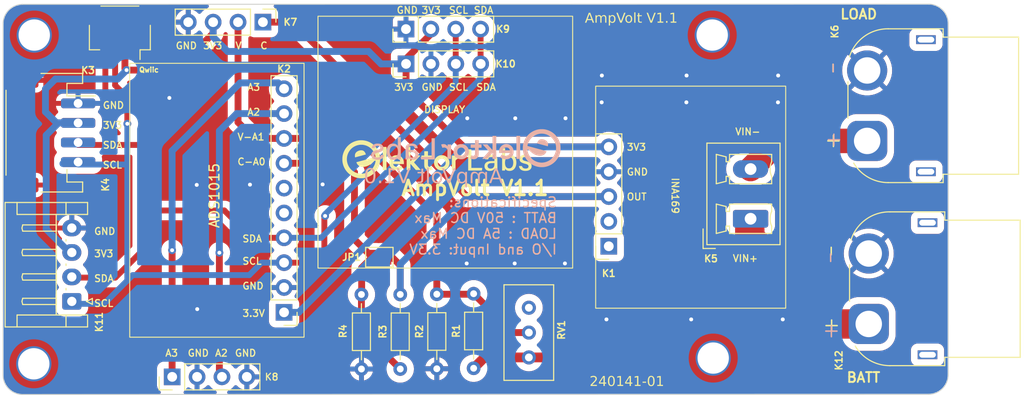
<source format=kicad_pcb>
(kicad_pcb (version 20240108) (generator "pcbnew") (generator_version "8.0")
  (title_block (title "AmpVolt") (date "2024-06-25") (rev "v1.1"))
  (layers (0 "F.Cu" signal) (31 "B.Cu" signal) (34 "B.Paste" user) (35 "F.Paste" user) (36 "B.SilkS" user "B.Silkscreen") (37 "F.SilkS" user "F.Silkscreen") (38 "B.Mask" user) (39 "F.Mask" user) (44 "Edge.Cuts" user))
  (net 0 "")
  (net 1 "OUT")
  (net 2 "GNDREF")
  (net 3 "VIN+")
  (net 4 "VIN-")
  (net 5 "NC-VIN+")
  (net 6 "NC-VIN-")
  (net 7 "ADDR")
  (net 8 "ALERT")
  (net 9 "ADS-A0")
  (net 10 "ADS-A1")
  (net 11 "ADS-A2")
  (net 12 "ADS-A3")
  (net 13 "+3.3V")
  (net 14 "SCL-O")
  (net 15 "SDA-O")
  (footprint "Connector_JST:JST_EH_S4B-EH_1x04_P2.50mm_Horizontal" (layer "F.Cu") (at 146.2234 57.3 90)
    (property "Reference" "K11" (at -2.112 2.794 90) (layer "F.SilkS") (effects (font (size 0.7 0.7))))
    (property "Value" "G. I2C" (hide yes))
    (pad "1" thru_hole roundrect (at 0 0 90) (size 1.7 1.95) (drill 0.95) (layers "*.Cu" "*.Mask") (roundrect_rratio 0.1470588235) (net 14 "SCL-O"))
    (pad "2" thru_hole oval (at 2.5 0 90) (size 1.7 1.95) (drill 0.95) (layers "*.Cu" "*.Mask") (net 15 "SDA-O"))
    (pad "3" thru_hole oval (at 5 0 90) (size 1.7 1.95) (drill 0.95) (layers "*.Cu" "*.Mask") (net 13 "+3.3V"))
    (pad "4" thru_hole oval (at 7.5 0 90) (size 1.7 1.95) (drill 0.95) (layers "*.Cu" "*.Mask") (net 2 "GNDREF"))
  )
  (footprint "Resistor_THT:R_Axial_DIN0204_L3.6mm_D1.6mm_P7.62mm_Horizontal" (layer "F.Cu") (at 175.7934 56.5912 -90)
    (property "Reference" "R4" (at 3.7592 1.8796 90) (layer "F.SilkS") (effects (font (size 0.7 0.7))))
    (property "Value" "22k")
    (pad "1" thru_hole circle (at 0 0 270) (size 1.4 1.4) (drill 0.7) (layers "*.Cu" "*.Mask") (net 9 "ADS-A0"))
    (pad "2" thru_hole oval (at 7.62 0 270) (size 1.4 1.4) (drill 0.7) (layers "*.Cu" "*.Mask") (net 2 "GNDREF"))
  )
  (footprint "Connector_PinHeader_2.54mm:PinHeader_1x04_P2.54mm_Vertical" (layer "F.Cu") (at 156.474 65.014 90)
    (property "Reference" "K8" (at -0.01 10.15 0) (layer "F.SilkS") (effects (font (size 0.7 0.7) (thickness 0.125) (bold yes))))
    (property "Value" "AG")
    (pad "1" thru_hole rect (at 0 0 90) (size 1.7 1.7) (drill 1) (layers "*.Cu" "*.Mask") (net 12 "ADS-A3"))
    (pad "2" thru_hole oval (at 0 2.54 90) (size 1.7 1.7) (drill 1) (layers "*.Cu" "*.Mask") (net 2 "GNDREF"))
    (pad "3" thru_hole oval (at 0 5.08 90) (size 1.7 1.7) (drill 1) (layers "*.Cu" "*.Mask") (net 11 "ADS-A2"))
    (pad "4" thru_hole oval (at 0 7.62 90) (size 1.7 1.7) (drill 1) (layers "*.Cu" "*.Mask") (net 2 "GNDREF"))
  )
  (footprint "Connector_AMASS:AMASS_XT60PW-F_1x02_P7.20mm_Horizontal" (layer "F.Cu") (at 227.426 40.894 -90)
    (property "Reference" "K6" (at -11.176 3.302 90) (layer "F.SilkS") (effects (font (size 0.7 0.7))))
    (property "Value" "LOAD" (at -12.954 0.858 180) (layer "F.SilkS") (effects (font (thickness 0.2) (bold yes))))
    (fp_text user "+" (at 0 3.556 90) (layer "F.SilkS") (effects (font (size 1.5 1.5))))
    (fp_text user "-" (at -7.454 3.556 90) (layer "F.SilkS"))
    (pad "" thru_hole rect (at -10.35 -6 270) (size 0.9 2) (drill oval 0.6 1.7) (layers "*.Cu" "*.Mask"))
    (pad "" thru_hole rect (at 3.15 -6 270) (size 0.9 2) (drill oval 0.6 1.7) (layers "*.Cu" "*.Mask"))
    (pad "1" thru_hole roundrect (at 0 0 270) (size 4.1 4.1) (drill 2.7) (layers "*.Cu" "*.Mask") (net 4 "VIN-"))
    (pad "2" thru_hole circle (at -7.2 0 270) (size 4.1 4.1) (drill 2.7) (layers "*.Cu" "*.Mask") (net 2 "GNDREF"))
  )
  (footprint "Connector_PinHeader_2.54mm:PinHeader_1x10_P2.54mm_Vertical" (layer "F.Cu") (at 167.894 58.42 180)
    (property "Reference" "K2" (at 0 24.892 180) (layer "F.SilkS") (effects (font (size 0.7 0.7))))
    (property "Value" "ADS1015" (at 7.112 11.938 90) (layer "F.SilkS"))
    (pad "1" thru_hole rect (at 0 0 180) (size 1.7 1.7) (drill 1) (layers "*.Cu" "*.Mask") (net 13 "+3.3V"))
    (pad "2" thru_hole oval (at 0 2.54 180) (size 1.7 1.7) (drill 1) (layers "*.Cu" "*.Mask") (net 2 "GNDREF"))
    (pad "3" thru_hole oval (at 0 5.08 180) (size 1.7 1.7) (drill 1) (layers "*.Cu" "*.Mask") (net 14 "SCL-O"))
    (pad "4" thru_hole oval (at 0 7.62 180) (size 1.7 1.7) (drill 1) (layers "*.Cu" "*.Mask") (net 15 "SDA-O"))
    (pad "5" thru_hole oval (at 0 10.16 180) (size 1.7 1.7) (drill 1) (layers "*.Cu" "*.Mask") (net 7 "ADDR"))
    (pad "6" thru_hole oval (at 0 12.7 180) (size 1.7 1.7) (drill 1) (layers "*.Cu" "*.Mask") (net 8 "ALERT"))
    (pad "7" thru_hole oval (at 0 15.24 180) (size 1.7 1.7) (drill 1) (layers "*.Cu" "*.Mask") (net 9 "ADS-A0"))
    (pad "8" thru_hole oval (at 0 17.78 180) (size 1.7 1.7) (drill 1) (layers "*.Cu" "*.Mask") (net 10 "ADS-A1"))
    (pad "9" thru_hole oval (at 0 20.32 180) (size 1.7 1.7) (drill 1) (layers "*.Cu" "*.Mask") (net 11 "ADS-A2"))
    (pad "10" thru_hole oval (at 0 22.86 180) (size 1.7 1.7) (drill 1) (layers "*.Cu" "*.Mask") (net 12 "ADS-A3"))
  )
  (footprint "Connector_Phoenix_MC_HighVoltage:PhoenixContact_MCV_1,5_2-G-5.08_1x02_P5.08mm_Vertical" (layer "F.Cu") (at 215.5249 48.8521 90)
    (property "Reference" "K5" (at -4.0815 -4.0445 180) (layer "F.SilkS") (effects (font (size 0.7 0.7))))
    (property "Value" "INA169-IN" (hide yes))
    (pad "1" thru_hole roundrect (at 0 0 90) (size 1.8 3.6) (drill 1.2) (layers "*.Cu" "*.Mask") (roundrect_rratio 0.1388888889) (net 3 "VIN+"))
    (pad "2" thru_hole oval (at 5.08 0 90) (size 1.8 3.6) (drill 1.2) (layers "*.Cu" "*.Mask") (net 4 "VIN-"))
  )
  (footprint "Library:elektor-labs-KiCAD-Silkscreen-20x5.1mm" (layer "F.Cu") (at 183.283209 42.789544)
    (property "Reference" "G***" (hide yes))
    (property "Value" "LOGO" (hide yes))
  )
  (footprint "MountingHole:MountingHole_3.2mm_M3_DIN965_Pad_TopOnly" (layer "F.Cu") (at 211.6074 30.0736)
    (property "Reference" "H4" (hide yes))
    (property "Value" "MountingHole" (hide yes))
    (pad "1" thru_hole circle (at 0 0) (size 3.6 3.6) (drill 3.2) (layers "*.Cu" "*.Mask"))
    (pad "1" connect circle (at 0 0) (size 5.6 5.6) (layers "F.Cu" "F.Mask"))
  )
  (footprint "Potentiometer_THT:Potentiometer_Bourns_3296W_Vertical" (layer "F.Cu") (at 192.8876 63.0274 -90)
    (property "Reference" "RV1" (at -2.804 -3.3274 90) (layer "F.SilkS") (effects (font (size 0.7 0.7))))
    (property "Value" "100k")
    (pad "1" thru_hole circle (at 0 0 270) (size 1.44 1.44) (drill 0.8) (layers "*.Cu" "*.Mask") (net 3 "VIN+"))
    (pad "2" thru_hole circle (at -2.54 0 270) (size 1.44 1.44) (drill 0.8) (layers "*.Cu" "*.Mask") (net 10 "ADS-A1"))
    (pad "3" thru_hole circle (at -5.08 0 270) (size 1.44 1.44) (drill 0.8) (layers "*.Cu" "*.Mask"))
  )
  (footprint "MountingHole:MountingHole_3.2mm_M3_DIN965_Pad_TopOnly" (layer "F.Cu") (at 211.709 63.0936)
    (property "Reference" "H3" (hide yes))
    (property "Value" "MountingHole" (hide yes))
    (pad "1" thru_hole circle (at 0 0) (size 3.6 3.6) (drill 3.2) (layers "*.Cu" "*.Mask"))
    (pad "1" connect circle (at 0 0) (size 5.6 5.6) (layers "F.Cu" "F.Mask"))
  )
  (footprint "Resistor_THT:R_Axial_DIN0204_L3.6mm_D1.6mm_P7.62mm_Horizontal" (layer "F.Cu") (at 183.4896 56.5658 -90)
    (property "Reference" "R2" (at 3.81 1.778 90) (layer "F.SilkS") (effects (font (size 0.7 0.7))))
    (property "Value" "6.75")
    (pad "1" thru_hole circle (at 0 0 270) (size 1.4 1.4) (drill 0.7) (layers "*.Cu" "*.Mask") (net 10 "ADS-A1"))
    (pad "2" thru_hole oval (at 7.62 0 270) (size 1.4 1.4) (drill 0.7) (layers "*.Cu" "*.Mask") (net 2 "GNDREF"))
  )
  (footprint "Connector_JST:JST_SH_SM04B-SRSS-TB_1x04-1MP_P1.00mm_Horizontal" (layer "F.Cu") (at 151.13 29.7942 180)
    (property "Reference" "K3" (at 3.2512 -3.8862 180) (layer "F.SilkS") (effects (font (size 0.7 0.7))))
    (property "Value" "Qwiic" (at -2.9718 -3.8354 180) (layer "F.SilkS") (effects (font (size 0.5 0.5) (thickness 0.125))))
    (pad "1" smd roundrect (at -1.5 -2 180) (size 0.6 1.55) (layers "F.Cu" "F.Paste" "F.Mask") (net 2 "GNDREF"))
    (pad "2" smd roundrect (at -0.5 -2 180) (size 0.6 1.55) (layers "F.Cu" "F.Paste" "F.Mask") (net 13 "+3.3V"))
    (pad "3" smd roundrect (at 0.5 -2 180) (size 0.6 1.55) (layers "F.Cu" "F.Paste" "F.Mask") (net 15 "SDA-O"))
    (pad "4" smd roundrect (at 1.5 -2 180) (size 0.6 1.55) (layers "F.Cu" "F.Paste" "F.Mask") (net 14 "SCL-O"))
    (pad "MP" smd roundrect (at -2.8 1.875 180) (size 1.2 1.8) (layers "F.Cu" "F.Paste" "F.Mask") (roundrect_rratio 0.2083333333) (net 2 "GNDREF"))
    (pad "MP" smd roundrect (at 2.8 1.875 180) (size 1.2 1.8) (layers "F.Cu" "F.Paste" "F.Mask") (roundrect_rratio 0.2083333333) (net 2 "GNDREF"))
  )
  (footprint "Resistor_THT:R_Axial_DIN0204_L3.6mm_D1.6mm_P7.62mm_Horizontal" (layer "F.Cu") (at 179.7558 56.5912 -90)
    (property "Reference" "R3" (at 3.81 1.778 90) (layer "F.SilkS") (effects (font (size 0.7 0.7))))
    (property "Value" "22k")
    (pad "1" thru_hole circle (at 0 0 270) (size 1.4 1.4) (drill 0.7) (layers "*.Cu" "*.Mask") (net 1 "OUT"))
    (pad "2" thru_hole oval (at 7.62 0 270) (size 1.4 1.4) (drill 0.7) (layers "*.Cu" "*.Mask") (net 9 "ADS-A0"))
  )
  (footprint "Connector_PinHeader_2.54mm:PinHeader_1x04_P2.54mm_Vertical" (layer "F.Cu") (at 180.35 33.02 90)
    (property "Reference" "K10" (at 0 10.16 180) (layer "F.SilkS") (effects (font (size 0.7 0.7))))
    (property "Value" "B" (hide yes))
    (pad "1" thru_hole rect (at 0 0 90) (size 1.7 1.7) (drill 1) (layers "*.Cu" "*.Mask") (net 13 "+3.3V"))
    (pad "2" thru_hole oval (at 0 2.54 90) (size 1.7 1.7) (drill 1) (layers "*.Cu" "*.Mask") (net 2 "GNDREF"))
    (pad "3" thru_hole oval (at 0 5.08 90) (size 1.7 1.7) (drill 1) (layers "*.Cu" "*.Mask") (net 14 "SCL-O"))
    (pad "4" thru_hole oval (at 0 7.62 90) (size 1.7 1.7) (drill 1) (layers "*.Cu" "*.Mask") (net 15 "SDA-O"))
  )
  (footprint "Jumper:SolderJumper-2_P1.3mm_Open_TrianglePad1.0x1.5mm" (layer "F.Cu") (at 177.6222 52.7812)
    (property "Reference" "JP1" (at -2.831 0 0) (layer "F.SilkS") (effects (font (size 0.7 0.7))))
    (property "Value" "Jumper - Open" (hide yes))
    (pad "1" smd custom (at -0.725 0) (size 0.3 0.3) (layers "F.Cu" "F.Mask") (net 9 "ADS-A0") (options (clearance outline) (anchor rect)) (primitives (gr_poly (pts (xy 1 0) (xy 0.5 0.75) (xy -0.5 0.75) (xy -0.5 -0.75) (xy 0.5 -0.75)) (width 0) (fill yes))))
    (pad "2" smd custom (at 0.725 0) (size 0.3 0.3) (layers "F.Cu" "F.Mask") (net 1 "OUT") (options (clearance outline) (anchor rect)) (primitives (gr_poly (pts (xy 0.5 0.75) (xy -0.65 0.75) (xy -0.15 0) (xy -0.65 -0.75) (xy 0.5 -0.75)) (width 0) (fill yes))))
  )
  (footprint "Connector_PinHeader_2.54mm:PinHeader_1x04_P2.54mm_Vertical" (layer "F.Cu") (at 180.34 29.464 90)
    (property "Reference" "K9" (at 0 9.906 180) (layer "F.SilkS") (effects (font (size 0.7 0.7))))
    (property "Value" "A" (hide yes))
    (pad "1" thru_hole rect (at 0 0 90) (size 1.7 1.7) (drill 1) (layers "*.Cu" "*.Mask") (net 2 "GNDREF"))
    (pad "2" thru_hole oval (at 0 2.54 90) (size 1.7 1.7) (drill 1) (layers "*.Cu" "*.Mask") (net 13 "+3.3V"))
    (pad "3" thru_hole oval (at 0 5.08 90) (size 1.7 1.7) (drill 1) (layers "*.Cu" "*.Mask") (net 14 "SCL-O"))
    (pad "4" thru_hole oval (at 0 7.62 90) (size 1.7 1.7) (drill 1) (layers "*.Cu" "*.Mask") (net 15 "SDA-O"))
  )
  (footprint "MountingHole:MountingHole_3.2mm_M3_DIN965_Pad_TopOnly" (layer "F.Cu") (at 142.3416 63.6778)
    (property "Reference" "H1" (hide yes))
    (property "Value" "MountingHole" (hide yes))
    (pad "1" thru_hole circle (at 0 0) (size 3.6 3.6) (drill 3.2) (layers "*.Cu" "*.Mask"))
    (pad "1" connect circle (at 0 0) (size 5.6 5.6) (layers "F.Cu" "F.Mask"))
  )
  (footprint "Connector_JST:JST_PH_S4B-PH-SM4-TB_1x04-1MP_P2.00mm_Horizontal" (layer "F.Cu") (at 144.018 40.0558 -90)
    (property "Reference" "K4" (at 5.318 -5.644 90) (layer "F.SilkS") (effects (font (size 0.7 0.7))))
    (property "Value" "I2C." (hide yes))
    (pad "1" thru_hole roundrect (at -3 -2.85 270) (size 1 3.5) (drill 0.9) (layers "*.Cu" "*.Mask") (net 2 "GNDREF"))
    (pad "2" thru_hole roundrect (at -1 -2.85 270) (size 1 3.5) (drill 0.9) (layers "*.Cu" "*.Mask") (net 13 "+3.3V"))
    (pad "3" thru_hole roundrect (at 1 -2.85 270) (size 1 3.5) (drill 0.9) (layers "*.Cu" "*.Mask") (net 15 "SDA-O"))
    (pad "4" thru_hole roundrect (at 3 -2.85 270) (size 1 3.5) (drill 0.9) (layers "*.Cu" "*.Mask") (net 14 "SCL-O"))
    (pad "MP" smd roundrect (at -5.35 2.9 270) (size 1.5 3.4) (layers "F.Cu" "F.Paste" "F.Mask") (roundrect_rratio 0.1666673333) (net 2 "GNDREF"))
    (pad "MP" smd roundrect (at 5.35 2.9 270) (size 1.5 3.4) (layers "F.Cu" "F.Paste" "F.Mask") (roundrect_rratio 0.1666673333) (net 2 "GNDREF"))
  )
  (footprint "Resistor_THT:R_Axial_DIN0204_L3.6mm_D1.6mm_P7.62mm_Horizontal" (layer "F.Cu") (at 187.2488 64.135 90)
    (property "Reference" "R1" (at 3.81 -1.778 90) (layer "F.SilkS") (effects (font (size 0.7 0.7))))
    (property "Value" "100k")
    (pad "1" thru_hole circle (at 0 0 90) (size 1.4 1.4) (drill 0.7) (layers "*.Cu" "*.Mask") (net 3 "VIN+"))
    (pad "2" thru_hole oval (at 7.62 0 90) (size 1.4 1.4) (drill 0.7) (layers "*.Cu" "*.Mask") (net 10 "ADS-A1"))
  )
  (footprint "MountingHole:MountingHole_3.2mm_M3_DIN965_Pad_TopOnly" (layer "F.Cu") (at 142.3924 30.0736)
    (property "Reference" "H2" (hide yes))
    (property "Value" "MountingHole" (hide yes))
    (pad "1" thru_hole circle (at 0 0) (size 3.6 3.6) (drill 3.2) (layers "*.Cu" "*.Mask"))
    (pad "1" connect circle (at 0 0) (size 5.6 5.6) (layers "F.Cu" "F.Mask"))
  )
  (footprint "Connector_PinHeader_2.54mm:PinHeader_1x04_P2.54mm_Vertical" (layer "F.Cu") (at 165.735 28.7528 -90)
    (property "Reference" "K7" (at 0 -2.804 0) (layer "F.SilkS") (effects (font (size 0.7 0.7))))
    (property "Value" "RAW OUT")
    (pad "1" thru_hole rect (at 0 0 270) (size 1.7 1.7) (drill 1) (layers "*.Cu" "*.Mask") (net 1 "OUT"))
    (pad "2" thru_hole oval (at 0 2.54 270) (size 1.7 1.7) (drill 1) (layers "*.Cu" "*.Mask") (net 10 "ADS-A1"))
    (pad "3" thru_hole oval (at 0 5.08 270) (size 1.7 1.7) (drill 1) (layers "*.Cu" "*.Mask") (net 13 "+3.3V"))
    (pad "4" thru_hole oval (at 0 7.62 270) (size 1.7 1.7) (drill 1) (layers "*.Cu" "*.Mask") (net 2 "GNDREF"))
  )
  (footprint "Connector_PinSocket_2.54mm:PinSocket_1x05_P2.54mm_Vertical" (layer "F.Cu") (at 201.0469 51.6636 180)
    (property "Reference" "K1" (at 0 -2.77 0) (layer "F.SilkS") (effects (font (size 0.7 0.7))))
    (property "Value" "INA169-OUT" (hide yes))
    (pad "1" thru_hole rect (at 0 0 180) (size 1.7 1.7) (drill 1) (layers "*.Cu" "*.Mask") (net 5 "NC-VIN+"))
    (pad "2" thru_hole oval (at 0 2.54 180) (size 1.7 1.7) (drill 1) (layers "*.Cu" "*.Mask") (net 6 "NC-VIN-"))
    (pad "3" thru_hole oval (at 0 5.08 180) (size 1.7 1.7) (drill 1) (layers "*.Cu" "*.Mask") (net 1 "OUT"))
    (pad "4" thru_hole oval (at 0 7.62 180) (size 1.7 1.7) (drill 1) (layers "*.Cu" "*.Mask") (net 2 "GNDREF"))
    (pad "5" thru_hole oval (at 0 10.16 180) (size 1.7 1.7) (drill 1) (layers "*.Cu" "*.Mask") (net 13 "+3.3V"))
  )
  (footprint "Connector_AMASS:AMASS_XT60PW-F_1x02_P7.20mm_Horizontal" (layer "F.Cu") (at 227.5888 59.607 -90)
    (property "Reference" "K12" (at 3.722 3.048 90) (layer "F.SilkS") (effects (font (size 0.7 0.7))))
    (property "Value" "BATT" (at 5.4678 0.5382 180) (layer "F.SilkS") (effects (font (thickness 0.2) (bold yes))))
    (fp_text user "+" (at 0.166 3.906 90) (layer "F.SilkS") (effects (font (size 1.5 1.5))))
    (fp_text user "-" (at -7.454 3.906 90) (layer "F.SilkS"))
    (pad "" thru_hole rect (at -10.35 -6 270) (size 0.9 2) (drill oval 0.6 1.7) (layers "*.Cu" "*.Mask"))
    (pad "" thru_hole rect (at 3.15 -6 270) (size 0.9 2) (drill oval 0.6 1.7) (layers "*.Cu" "*.Mask"))
    (pad "1" thru_hole roundrect (at 0 0 270) (size 4.1 4.1) (drill 2.7) (layers "*.Cu" "*.Mask") (net 3 "VIN+"))
    (pad "2" thru_hole circle (at -7.2 0 270) (size 4.1 4.1) (drill 2.7) (layers "*.Cu" "*.Mask") (net 2 "GNDREF"))
  )
  (footprint "Library:elektor-labs-KiCAD-Silkscreen-20x5.1mm" (layer "B.Cu") (at 186.69 41.656 180)
    (property "Reference" "G***" (hide yes))
    (property "Value" "LOGO" (hide yes))
  )
  (gr_rect (start 171.358 28.148) (end 197.358 53.894) (stroke (width 0.1)) (fill none) (layer "F.SilkS"))
  (gr_rect (start 199.7094 35.2961) (end 219.1094 57.9961) (stroke (width 0.1)) (fill none) (layer "F.SilkS"))
  (gr_rect (start 152.136 32.96) (end 169.936 60.96) (stroke (width 0.1)) (fill none) (layer "F.SilkS"))
  (gr_arc (start 233.75287 26.910939) (mid 235.1278 27.5082) (end 235.705252 28.891566) (stroke (width 0.1)) (layer "Edge.Cuts"))
  (gr_arc (start 139.204339 28.88313) (mid 139.8016 27.5082) (end 141.184966 26.930748) (stroke (width 0.1)) (layer "Edge.Cuts"))
  (gr_line (start 233.719034 66.795252) (end 179.324 66.802) (stroke (width 0.1)) (layer "Edge.Cuts"))
  (gr_arc (start 235.699661 64.84287) (mid 235.1024 66.2178) (end 233.719034 66.795252) (stroke (width 0.1)) (layer "Edge.Cuts"))
  (gr_line (start 141.184966 26.930748) (end 233.75287 26.910939) (stroke (width 0.1)) (layer "Edge.Cuts"))
  (gr_arc (start 141.15113 66.815061) (mid 139.7762 66.2178) (end 139.198748 64.834434) (stroke (width 0.1)) (layer "Edge.Cuts"))
  (gr_line (start 179.324 66.802) (end 141.15113 66.815061) (stroke (width 0.1)) (layer "Edge.Cuts"))
  (gr_line (start 139.198748 64.834434) (end 139.204339 28.88313) (stroke (width 0.1)) (layer "Edge.Cuts"))
  (gr_line (start 235.705252 28.891566) (end 235.699661 64.84287) (stroke (width 0.1)) (layer "Edge.Cuts"))
  (gr_text "-" (at 223.774 52.832 -90) (layer "B.SilkS") (effects (font (size 1 1)) (justify mirror)))
  (gr_text "+" (at 224.028 40.894 -180) (layer "B.SilkS") (effects (font (size 1.5 1.5)) (justify mirror)))
  (gr_text "Specifications:\nBATT : 50V DC Max\nLOAD : 5A DC Max\nI/O and Input: 3.3V \n" (at 195.834 52.578 0) (layer "B.SilkS") (effects (font (size 1 1)) (justify left bottom mirror)))
  (gr_text "-" (at 224.028 33.45047 -90) (layer "B.SilkS") (effects (font (size 1 1)) (justify mirror)))
  (gr_text "AmpVolt V1.0" (at 190.246 45.466 -0) (layer "B.SilkS") (effects (font (size 1.5 1.5) (thickness 0.3)) (justify left bottom mirror)))
  (gr_text "+" (at 223.774 60.452 -180) (layer "B.SilkS") (effects (font (size 1.5 1.5)) (justify mirror)))
  (gr_text "V" (at 162.8648 31.5722 0) (layer "F.SilkS") (effects (font (size 0.7 0.7) (thickness 0.125) (bold yes)) (justify left bottom)))
  (gr_text "GND\n" (at 163.576 56.134 0) (layer "F.SilkS") (effects (font (size 0.7 0.7) (thickness 0.125) (bold yes)) (justify left bottom)))
  (gr_text "SCL" (at 163.576 53.594 0) (layer "F.SilkS") (effects (font (size 0.7 0.7) (thickness 0.125) (bold yes)) (justify left bottom)))
  (gr_text "SDA" (at 148.4376 55.372 0) (layer "F.SilkS") (effects (font (size 0.7 0.7) (thickness 0.125) (bold yes)) (justify left bottom)))
  (gr_text "3V3" (at 149.3266 39.7002 0) (layer "F.SilkS") (effects (font (size 0.7 0.7) (thickness 0.125) (bold yes)) (justify left bottom)))
  (gr_text "GND" (at 156.7688 31.5722 0) (layer "F.SilkS") (effects (font (size 0.7 0.7) (thickness 0.125) (bold yes)) (justify left bottom)))
  (gr_text "SCL" (at 184.658 27.94 0) (layer "F.SilkS") (effects (font (size 0.7 0.7) (thickness 0.125) (bold yes)) (justify left bottom)))
  (gr_text "C-A0" (at 163.068 43.434 0) (layer "F.SilkS") (effects (font (size 0.7 0.7) (thickness 0.125) (bold yes)) (justify left bottom)))
  (gr_text "GND" (at 148.4376 50.546 0) (layer "F.SilkS") (effects (font (size 0.7 0.7) (thickness 0.125) (bold yes)) (justify left bottom)))
  (gr_text "3V3" (at 159.5628 31.5722 0) (layer "F.SilkS") (effects (font (size 0.7 0.7) (thickness 0.125) (bold yes)) (justify left bottom)))
  (gr_text "SDA" (at 149.3266 41.7322 0) (layer "F.SilkS") (effects (font (size 0.7 0.7) (thickness 0.125) (bold yes)) (justify left bottom)))
  (gr_text "3V3" (at 181.864 27.94 0) (layer "F.SilkS") (effects (font (size 0.7 0.7) (thickness 0.125) (bold yes)) (justify left bottom)))
  (gr_text "SDA" (at 187.452 35.814 0) (layer "F.SilkS") (effects (font (size 0.7 0.7) (thickness 0.125) (bold yes)) (justify left bottom)))
  (gr_text "SDA" (at 163.576 51.308 0) (layer "F.SilkS") (effects (font (size 0.7 0.7) (thickness 0.125) (bold yes)) (justify left bottom)))
  (gr_text "V-A1 " (at 163.068 40.894 0) (layer "F.SilkS") (effects (font (size 0.7 0.7) (thickness 0.125) (bold yes)) (justify left bottom)))
  (gr_text "GND" (at 179.324 27.94 0) (layer "F.SilkS") (effects (font (size 0.7 0.7) (thickness 0.125) (bold yes)) (justify left bottom)))
  (gr_text "INA169" (at 207.4164 44.577 -90) (layer "F.SilkS") (effects (font (size 0.7 0.7) (thickness 0.125)) (justify left bottom)))
  (gr_text "SCL" (at 148.4376 57.912 0) (layer "F.SilkS") (effects (font (size 0.7 0.7) (thickness 0.125) (bold yes)) (justify left bottom)))
  (gr_text "3V3" (at 179.07 35.814 0) (layer "F.SilkS") (effects (font (size 0.7 0.7) (thickness 0.125) (bold yes)) (justify left bottom)))
  (gr_text "3V3" (at 202.819 41.9354 0) (layer "F.SilkS") (effects (font (size 0.7 0.7) (thickness 0.125) (bold yes)) (justify left bottom)))
  (gr_text "A3" (at 155.702 62.992 0) (layer "F.SilkS") (effects (font (size 0.7 0.7) (thickness 0.125) (bold yes)) (justify left bottom)))
  (gr_text "3V3" (at 148.4376 52.832 0) (layer "F.SilkS") (effects (font (size 0.7 0.7) (thickness 0.125) (bold yes)) (justify left bottom)))
  (gr_text "GND\n" (at 157.988 62.992 0) (layer "F.SilkS") (effects (font (size 0.7 0.7) (thickness 0.125) (bold yes)) (justify left bottom)))
  (gr_text "GND" (at 149.3266 37.6682 0) (layer "F.SilkS") (effects (font (size 0.7 0.7) (thickness 0.125) (bold yes)) (justify left bottom)))
  (gr_text "3.3V" (at 163.576 58.928 0) (layer "F.SilkS") (effects (font (size 0.7 0.7) (thickness 0.125) (bold yes)) (justify left bottom)))
  (gr_text "AmpVolt V1.1" (at 198.6026 28.9814 0) (layer "F.SilkS") (effects (font (size 1 1) (thickness 0.25)) (justify left bottom)))
  (gr_text "A2" (at 160.782 62.992 0) (layer "F.SilkS") (effects (font (size 0.7 0.7) (thickness 0.125) (bold yes)) (justify left bottom)))
  (gr_text "GND" (at 202.819 44.4754 0) (layer "F.SilkS") (effects (font (size 0.7 0.7) (thickness 0.125) (bold yes)) (justify left bottom)))
  (gr_text "VIN-" (at 213.8934 40.3606 0) (layer "F.SilkS") (effects (font (size 0.7 0.7) (thickness 0.125) (bold yes)) (justify left bottom)))
  (gr_text "240141-01" (at 199.0852 66.1162 0) (layer "F.SilkS") (effects (font (size 1 1) (thickness 0.25)) (justify left bottom)))
  (gr_text "GND\n" (at 162.814 62.992 0) (layer "F.SilkS") (effects (font (size 0.7 0.7) (thickness 0.125) (bold yes)) (justify left bottom)))
  (gr_text "SDA" (at 187.198 27.94 0) (layer "F.SilkS") (effects (font (size 0.7 0.7) (thickness 0.125) (bold yes)) (justify left bottom)))
  (gr_text "SCL" (at 149.3266 43.7642 0) (layer "F.SilkS") (effects (font (size 0.7 0.7) (thickness 0.125) (bold yes)) (justify left bottom)))
  (gr_text "VIN+" (at 213.6394 53.3146 0) (layer "F.SilkS") (effects (font (size 0.7 0.7) (thickness 0.125) (bold yes)) (justify left bottom)))
  (gr_text "C" (at 165.4048 31.5722 0) (layer "F.SilkS") (effects (font (size 0.7 0.7) (thickness 0.125) (bold yes)) (justify left bottom)))
  (gr_text "OUT" (at 202.819 47.0154 0) (layer "F.SilkS") (effects (font (size 0.7 0.7) (thickness 0.125) (bold yes)) (justify left bottom)))
  (gr_text "AmpVolt V1.1" (at 179.727209 46.599544 0) (layer "F.SilkS") (effects (font (size 1.5 1.5) (thickness 0.3)) (justify left bottom)))
  (gr_text "GND" (at 181.864 35.814 0) (layer "F.SilkS") (effects (font (size 0.7 0.7) (thickness 0.125) (bold yes)) (justify left bottom)))
  (gr_text "SCL" (at 184.658 35.814 0) (layer "F.SilkS") (effects (font (size 0.7 0.7) (thickness 0.125) (bold yes)) (justify left bottom)))
  (gr_text "DISPLAY" (at 182.118 38.1 0) (layer "F.SilkS") (effects (font (size 0.7 0.7) (thickness 0.125)) (justify left bottom)))
  (gr_text "A2" (at 164.084 38.354 0) (layer "F.SilkS") (effects (font (size 0.7 0.7) (thickness 0.125) (bold yes)) (justify left bottom)))
  (gr_text "A3" (at 164.084 35.814 0) (layer "F.SilkS") (effects (font (size 0.7 0.7) (thickness 0.125) (bold yes)) (justify left bottom)))
  (segment (start 187.2996 46.6344) (end 187.3504 46.5836) (width 0.7) (layer "F.Cu") (net 1))
  (segment (start 178.9684 52.832) (end 178.9176 52.832) (width 0.7) (layer "F.Cu") (net 1))
  (segment (start 165.735 28.7528) (end 168.7576 28.7528) (width 0.7) (layer "F.Cu") (net 1))
  (segment (start 187.3504 46.5836) (end 201.0469 46.5836) (width 0.7) (layer "F.Cu") (net 1))
  (segment (start 168.7576 28.7528) (end 186.6392 46.6344) (width 0.7) (layer "F.Cu") (net 1))
  (segment (start 179.7558 53.6194) (end 178.9684 52.832) (width 0.7) (layer "F.Cu") (net 1))
  (segment (start 186.6392 46.6344) (end 187.2996 46.6344) (width 0.7) (layer "F.Cu") (net 1))
  (segment (start 179.7558 56.5912) (end 179.7558 53.6194) (width 0.7) (layer "F.Cu") (net 1))
  (segment (start 179.7558 53.4924) (end 179.7558 56.5912) (width 0.7) (layer "B.Cu") (net 1))
  (segment (start 186.6646 46.5836) (end 179.7558 53.4924) (width 0.7) (layer "B.Cu") (net 1))
  (segment (start 201.0469 46.5836) (end 186.6646 46.5836) (width 0.7) (layer "B.Cu") (net 1))
  (via (at 186.6 38.58) (size 0.8) (drill 0.4) (layers "F.Cu" "B.Cu") (net 2))
  (via (at 186.54 53.42) (size 0.8) (drill 0.4) (layers "F.Cu" "B.Cu") (net 2))
  (via (at 200.81 59.14) (size 0.8) (drill 0.4) (layers "F.Cu" "B.Cu") (net 2))
  (via (at 164.4142 45.3644) (size 0.8) (drill 0.4) (layers "F.Cu" "B.Cu") (net 2))
  (via (at 218.81 59.14) (size 0.8) (drill 0.4) (layers "F.Cu" "B.Cu") (net 2))
  (via (at 218.34 34.21) (size 0.8) (drill 0.4) (layers "F.Cu" "B.Cu") (net 2))
  (via (at 200.34 34.21) (size 0.8) (drill 0.4) (layers "F.Cu" "B.Cu") (net 2))
  (via (at 156.1846 36.4998) (size 0.8) (drill 0.4) (layers "F.Cu" "B.Cu") (net 2))
  (via (at 171.831 45.339) (size 0.8) (drill 0.4) (layers "F.Cu" "B.Cu") (net 2))
  (via (at 158.9786 45.3898) (size 0.8) (drill 0.4) (layers "F.Cu" "B.Cu") (net 2))
  (via (at 196.57 53.42) (size 0.8) (drill 0.4) (layers "F.Cu" "B.Cu") (net 2))
  (via (at 191.5 38.58) (size 0.8) (drill 0.4) (layers "F.Cu" "B.Cu") (net 2))
  (via (at 218.32 36.95) (size 0.8) (drill 0.4) (layers "F.Cu" "B.Cu") (net 2))
  (via (at 191.44 53.42) (size 0.8) (drill 0.4) (layers "F.Cu" "B.Cu") (net 2))
  (via (at 208.99 34.21) (size 0.8) (drill 0.4) (layers "F.Cu" "B.Cu") (net 2))
  (via (at 196.63 38.58) (size 0.8) (drill 0.4) (layers "F.Cu" "B.Cu") (net 2))
  (via (at 200.32 36.95) (size 0.8) (drill 0.4) (layers "F.Cu" "B.Cu") (net 2))
  (via (at 159.0294 58.0898) (size 0.8) (drill 0.4) (layers "F.Cu" "B.Cu") (net 2))
  (via (at 209.46 59.14) (size 0.8) (drill 0.4) (layers "F.Cu" "B.Cu") (net 2))
  (via (at 208.97 36.95) (size 0.8) (drill 0.4) (layers "F.Cu" "B.Cu") (net 2))
  (segment (start 202.0824 55.6768) (end 219.5848 55.6768) (width 1) (layer "F.Cu") (net 3))
  (segment (start 224.2498 59.607) (end 215.4428 50.8) (width 3) (layer "F.Cu") (net 3))
  (segment (start 188.3564 63.0274) (end 187.2488 64.135) (width 1) (layer "F.Cu") (net 3))
  (segment (start 215.4428 50.8) (end 215.4428 49.911) (width 3) (layer "F.Cu") (net 3))
  (segment (start 227.5888 59.607) (end 224.2498 59.607) (width 3) (layer "F.Cu") (net 3))
  (segment (start 192.8876 63.0274) (end 194.7318 63.0274) (width 1) (layer "F.Cu") (net 3))
  (segment (start 219.5848 55.6768) (end 223.94 60.032) (width 1) (layer "F.Cu") (net 3))
  (segment (start 194.7318 63.0274) (end 202.0824 55.6768) (width 1) (layer "F.Cu") (net 3))
  (segment (start 192.8876 63.0274) (end 188.3564 63.0274) (width 1) (layer "F.Cu") (net 3))
  (segment (start 227.426 40.894) (end 218.403 40.894) (width 2.5) (layer "F.Cu") (net 4))
  (segment (start 218.403 40.894) (end 215.5249 43.7721) (width 2.5) (layer "F.Cu") (net 4))
  (segment (start 175.0822 50.9662) (end 176.8972 52.7812) (width 0.7) (layer "F.Cu") (net 9))
  (segment (start 167.894 43.18) (end 174.1678 43.18) (width 0.7) (layer "F.Cu") (net 9))
  (segment (start 175.8188 56.5658) (end 175.8188 53.8596) (width 0.7) (layer "F.Cu") (net 9))
  (segment (start 175.0822 44.0944) (end 175.0822 50.9662) (width 0.7) (layer "F.Cu") (net 9))
  (segment (start 175.7934 60.2488) (end 175.7934 56.5912) (width 0.7) (layer "F.Cu") (net 9))
  (segment (start 174.1678 43.18) (end 175.0822 44.0944) (width 0.7) (layer "F.Cu") (net 9))
  (segment (start 179.7558 64.2112) (end 175.7934 60.2488) (width 0.7) (layer "F.Cu") (net 9))
  (segment (start 175.7934 56.5912) (end 175.8188 56.5658) (width 0.7) (layer "F.Cu") (net 9))
  (segment (start 175.8188 53.8596) (end 176.8972 52.7812) (width 0.7) (layer "F.Cu") (net 9))
  (segment (start 191.2212 60.4874) (end 187.2488 56.515) (width 0.7) (layer "F.Cu") (net 10))
  (segment (start 187.2488 56.515) (end 187.2234 56.515) (width 0.7) (layer "F.Cu") (net 10))
  (segment (start 175.514 40.64) (end 167.894 40.64) (width 0.7) (layer "F.Cu") (net 10))
  (segment (start 187.1726 56.5658) (end 183.4896 56.5658) (width 0.7) (layer "F.Cu") (net 10))
  (segment (start 183.4896 56.5658) (end 183.4896 48.6156) (width 0.7) (layer "F.Cu") (net 10))
  (segment (start 163.195 28.7528) (end 163.195 38.989) (width 0.7) (layer "F.Cu") (net 10))
  (segment (start 164.846 40.64) (end 167.894 40.64) (width 0.7) (layer "F.Cu") (net 10))
  (segment (start 192.8876 60.4874) (end 191.2212 60.4874) (width 0.7) (layer "F.Cu") (net 10))
  (segment (start 183.4896 48.6156) (end 175.514 40.64) (width 0.7) (layer "F.Cu") (net 10))
  (segment (start 163.195 38.989) (end 164.846 40.64) (width 0.7) (layer "F.Cu") (net 10))
  (segment (start 187.2234 56.515) (end 187.1726 56.5658) (width 0.7) (layer "F.Cu") (net 10))
  (segment (start 161.29 52.324) (end 161.29 64.75) (width 0.7) (layer "F.Cu") (net 11))
  (segment (start 161.29 64.75) (end 161.554 65.014) (width 0.7) (layer "F.Cu") (net 11))
  (via (at 161.29 52.324) (size 0.8) (drill 0.4) (layers "F.Cu" "B.Cu") (net 11))
  (segment (start 161.29 52.324) (end 161.29 39.878) (width 0.7) (layer "B.Cu") (net 11))
  (segment (start 161.29 39.878) (end 163.068 38.1) (width 0.7) (layer "B.Cu") (net 11))
  (segment (start 163.068 38.1) (end 167.894 38.1) (width 0.7) (layer "B.Cu") (net 11))
  (segment (start 156.464 52.07) (end 156.464 65.024) (width 0.7) (layer "F.Cu") (net 12))
  (via (at 156.464 52.07) (size 0.8) (drill 0.4) (layers "F.Cu" "B.Cu") (net 12))
  (segment (start 163.41 34.964) (end 167.298 34.964) (width 0.7) (layer "B.Cu") (net 12))
  (segment (start 167.298 34.964) (end 167.894 35.56) (width 0.7) (layer "B.Cu") (net 12))
  (segment (start 156.464 52.07) (end 156.464 41.91) (width 0.7) (layer "B.Cu") (net 12))
  (segment (start 156.464 41.91) (end 163.41 34.964) (width 0.7) (layer "B.Cu") (net 12))
  (segment (start 160.655 29.8958) (end 160.655 28.7528) (width 0.7) (layer "F.Cu") (net 13))
  (segment (start 156.8958 33.655) (end 160.655 29.8958) (width 0.7) (layer "F.Cu") (net 13))
  (segment (start 182.88 29.972) (end 182.88 29.464) (width 0.7) (layer "F.Cu") (net 13))
  (segment (start 180.35 33.02) (end 180.35 32.502) (width 0.7) (layer "F.Cu") (net 13))
  (segment (start 151.8158 33.655) (end 156.8958 33.655) (width 0.7) (layer "F.Cu") (net 13))
  (segment (start 151.8158 33.655) (end 151.6494 33.4886) (width 0.7) (layer "F.Cu") (net 13))
  (segment (start 182.88 29.464) (end 183.134 29.464) (width 0.7) (layer "F.Cu") (net 13))
  (segment (start 151.6494 33.4886) (end 151.6494 31.7896) (width 0.7) (layer "F.Cu") (net 13))
  (segment (start 180.35 33.02) (end 180.35 35.6208) (width 0.7) (layer "F.Cu") (net 13))
  (segment (start 186.2328 41.5036) (end 201.0469 41.5036) (width 0.7) (layer "F.Cu") (net 13))
  (segment (start 180.35 35.6208) (end 186.2328 41.5036) (width 0.7) (layer "F.Cu") (net 13))
  (segment (start 180.35 32.502) (end 182.88 29.972) (width 0.7) (layer "F.Cu") (net 13))
  (via (at 151.8158 33.655) (size 0.8) (drill 0.4) (layers "F.Cu" "B.Cu") (net 13))
  (segment (start 201.0469 41.5036) (end 186.309 41.5036) (width 0.7) (layer "B.Cu") (net 13))
  (segment (start 144.8656 39.0558) (end 143.6116 40.3098) (width 0.7) (layer "B.Cu") (net 13))
  (segment (start 162.1282 31.75) (end 176.53 31.75) (width 0.7) (layer "B.Cu") (net 13))
  (segment (start 143.5354 37.9222) (end 144.669 39.0558) (width 0.7) (layer "B.Cu") (net 13))
  (segment (start 143.5354 35.5854) (end 143.5354 37.9222) (width 0.7) (layer "B.Cu") (net 13))
  (segment (start 176.53 31.75) (end 177.8 33.02) (width 0.7) (layer "B.Cu") (net 13))
  (segment (start 150.9014 34.5694) (end 144.5514 34.5694) (width 0.7) (layer "B.Cu") (net 13))
  (segment (start 144.5514 34.5694) (end 143.5354 35.5854) (width 0.7) (layer "B.Cu") (net 13))
  (segment (start 151.8158 33.655) (end 150.9014 34.5694) (width 0.7) (layer "B.Cu") (net 13))
  (segment (start 144.669 39.0558) (end 145.979702 39.0558) (width 0.7) (layer "B.Cu") (net 13))
  (segment (start 160.655 28.7528) (end 160.655 30.2768) (width 0.7) (layer "B.Cu") (net 13))
  (segment (start 169.3926 58.42) (end 167.894 58.42) (width 0.7) (layer "B.Cu") (net 13))
  (segment (start 145.979702 39.0558) (end 144.8656 39.0558) (width 0.7) (layer "B.Cu") (net 13))
  (segment (start 160.655 30.2768) (end 162.1282 31.75) (width 0.7) (layer "B.Cu") (net 13))
  (segment (start 186.309 41.5036) (end 169.3926 58.42) (width 0.7) (layer "B.Cu") (net 13))
  (segment (start 177.8 33.02) (end 180.35 33.02) (width 0.7) (layer "B.Cu") (net 13))
  (segment (start 143.6116 49.9192) (end 146.2436 52.5512) (width 0.7) (layer "B.Cu") (net 13))
  (segment (start 143.6116 40.3098) (end 143.6116 49.9192) (width 0.7) (layer "B.Cu") (net 13))
  (segment (start 146.868 39.0558) (end 145.979702 39.0558) (width 0.7) (layer "B.Cu") (net 13))
  (segment (start 171.196 53.34) (end 167.894 53.34) (width 0.6) (layer "F.Cu") (net 14))
  (segment (start 172.0088 52.5272) (end 171.196 53.34) (width 0.6) (layer "F.Cu") (net 14))
  (segment (start 172.085 48.5648) (end 172.0088 48.641) (width 0.6) (layer "F.Cu") (net 14))
  (segment (start 185.674 29.464) (end 185.42 29.718) (width 0.6) (layer "F.Cu") (net 14))
  (segment (start 185.42 29.718) (end 185.42 33.01) (width 0.6) (layer "F.Cu") (net 14))
  (segment (start 151.892 39.1414) (end 151.892 37.973) (width 0.6) (layer "F.Cu") (net 14))
  (segment (start 149.6494 35.7304) (end 149.6494 31.7896) (width 0.6) (layer "F.Cu") (net 14))
  (segment (start 185.42 33.01) (end 185.43 33.02) (width 0.6) (layer "F.Cu") (net 14))
  (segment (start 172.0088 48.641) (end 172.0088 52.5272) (width 0.6) (layer "F.Cu") (net 14))
  (segment (start 151.892 37.973) (end 149.6494 35.7304) (width 0.6) (layer "F.Cu") (net 14))
  (via (at 151.892 39.1414) (size 0.8) (drill 0.4) (layers "F.Cu" "B.Cu") (net 14))
  (via (at 172.085 48.5648) (size 0.8) (drill 0.4) (layers "F.Cu" "B.Cu") (net 14))
  (segment (start 151.8666 43.307) (end 146.8882 43.307) (width 0.6) (layer "B.Cu") (net 14))
  (segment (start 146.2436 57.5512) (end 149.5096 57.5512) (width 0.6) (layer "B.Cu") (net 14))
  (segment (start 172.085 48.5648) (end 172.085 48.387) (width 0.6) (layer "B.Cu") (net 14))
  (segment (start 172.085 48.387) (end 185.42 35.052) (width 0.6) (layer "B.Cu") (net 14))
  (segment (start 185.42 33.284) (end 185.684 33.02) (width 0.6) (layer "B.Cu") (net 14))
  (segment (start 147.066 43.212) (end 145.316 43.212) (width 0.7) (layer "B.Cu") (net 14))
  (segment (start 165.608 53.34) (end 164.338 54.61) (width 0.6) (layer "B.Cu") (net 14))
  (segment (start 185.42 35.052) (end 185.42 33.284) (width 0.6) (layer "B.Cu") (net 14))
  (segment (start 151.892 43.2816) (end 151.8666 43.307) (width 0.6) (layer "B.Cu") (net 14))
  (segment (start 152.4508 54.61) (end 151.892 55.1688) (width 0.6) (layer "B.Cu") (net 14))
  (segment (start 149.5096 57.5512) (end 151.892 55.1688) (width 0.6) (layer "B.Cu") (net 14))
  (segment (start 167.894 53.34) (end 165.608 53.34) (width 0.6) (layer "B.Cu") (net 14))
  (segment (start 164.338 54.61) (end 152.4508 54.61) (width 0.6) (layer "B.Cu") (net 14))
  (segment (start 151.892 55.1688) (end 151.892 39.1414) (width 0.6) (layer "B.Cu") (net 14))
  (segment (start 168.148 50.546) (end 167.894 50.8) (width 0.6) (layer "F.Cu") (net 15))
  (segment (start 153.416 41.2242) (end 153.3332 41.307) (width 0.6) (layer "F.Cu") (net 15))
  (segment (start 153.416 52.1208) (end 153.416 45.72) (width 0.6) (layer "F.Cu") (net 15))
  (segment (start 146.2436 55.0512) (end 146.4308 54.864) (width 0.6) (layer "F.Cu") (net 15))
  (segment (start 146.4308 54.864) (end 150.6728 54.864) (width 0.6) (layer "F.Cu") (net 15))
  (segment (start 154.94 48.006) (end 153.416 46.482) (width 0.6) (layer "F.Cu") (net 15))
  (segment (start 153.416 37.973) (end 153.416 47.244) (width 0.6) (layer "F.Cu") (net 15))
  (segment (start 188.214 29.464) (end 187.96 29.718) (width 0.6) (layer "F.Cu") (net 15))
  (segment (start 150.6494 31.7896) (end 150.6494 35.2064) (width 0.6) (layer "F.Cu") (net 15))
  (segment (start 187.96 29.718) (end 187.96 32.756) (width 0.6) (layer "F.Cu") (net 15))
  (segment (start 167.894 50.8) (end 164.592 50.8) (width 0.6) (layer "F.Cu") (net 15))
  (segment (start 150.6728 54.864) (end 153.416 52.1208) (width 0.6) (layer "F.Cu") (net 15))
  (segment (start 164.592 50.8) (end 161.798 48.006) (width 0.6) (layer "F.Cu") (net 15))
  (segment (start 161.798 48.006) (end 154.94 48.006) (width 0.6) (layer "F.Cu") (net 15))
  (segment (start 150.6494 35.2064) (end 153.416 37.973) (width 0.6) (layer "F.Cu") (net 15))
  (segment (start 153.3332 41.307) (end 146.8882 41.307) (width 0.6) (layer "F.Cu") (net 15))
  (segment (start 187.96 32.756) (end 188.224 33.02) (width 0.6) (layer "F.Cu") (net 15))
  (segment (start 171.68 50.8) (end 167.894 50.8) (width 0.6) (layer "B.Cu") (net 15))
  (segment (start 187.96 34.52) (end 171.68 50.8) (width 0.6) (layer "B.Cu") (net 15))
  (segment (start 187.96 33.03) (end 187.96 34.52) (width 0.6) (layer "B.Cu") (net 15))
  (segment (start 187.97 33.02) (end 187.96 33.03) (width 0.6) (layer "B.Cu") (net 15))
  (zone (net 2) (net_name "GNDREF") (layers "F&B.Cu") (name "GND") (connect_pads (clearance 0.7)) (min_thickness 0.4) (fill yes (thermal_gap 0.5) (thermal_bridge_width 0.5))
    (polygon (pts (xy 179.578 66.802) (xy 177.546 66.802) (xy 175.514 66.802) (xy 139.192 66.802) (xy 139.192 26.924) (xy 198.628 26.924) (xy 202.692 26.924) (xy 235.712 26.924) (xy 235.712 66.802)))
  )
)
</source>
